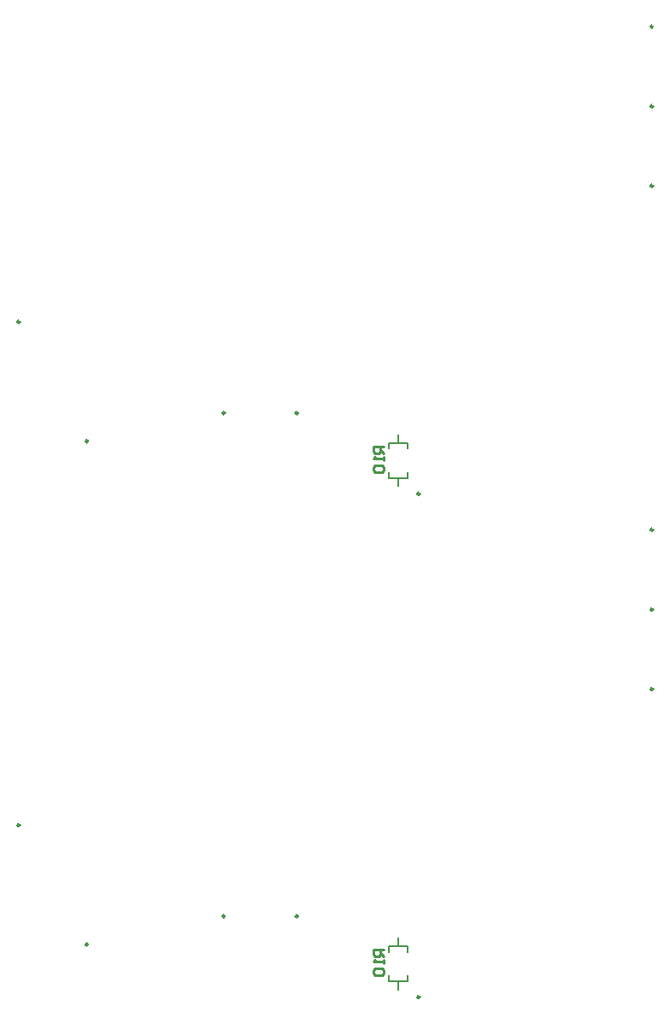
<source format=gbo>
G04*
G04 #@! TF.GenerationSoftware,Altium Limited,Altium Designer,24.4.1 (13)*
G04*
G04 Layer_Color=32896*
%FSTAX25Y25*%
%MOIN*%
G70*
G04*
G04 #@! TF.SameCoordinates,020C5614-C29D-4F9E-ABEE-A2FB782F7328*
G04*
G04*
G04 #@! TF.FilePolarity,Positive*
G04*
G01*
G75*
%ADD26C,0.01000*%
%ADD27C,0.00500*%
D26*
X01575Y0041D02*
G03*
X01575Y0041I-00005J0D01*
G01*
X0129D02*
G03*
X0129Y0041I-00005J0D01*
G01*
X0296Y01605D02*
G03*
X0296Y01605I-00005J0D01*
G01*
Y01295D02*
G03*
X0296Y01295I-00005J0D01*
G01*
Y0191591D02*
G03*
X0296Y0191591I-00005J0D01*
G01*
X0205Y00095D02*
G03*
X0205Y00095I-00005J0D01*
G01*
X0049Y00765D02*
G03*
X0049Y00765I-00005J0D01*
G01*
X0075591Y003D02*
G03*
X0075591Y003I-00005J0D01*
G01*
X0190999Y0027998D02*
X0187001D01*
Y0025999D01*
X0187667Y0025333D01*
X0189D01*
X0189666Y0025999D01*
Y0027998D01*
Y0026665D02*
X0190999Y0025333D01*
Y0024D02*
Y0022667D01*
Y0023333D01*
X0187001D01*
X0187667Y0024D01*
Y0020667D02*
X0187001Y0020001D01*
Y0018668D01*
X0187667Y0018002D01*
X0190333D01*
X0190999Y0018668D01*
Y0020001D01*
X0190333Y0020667D01*
X0187667D01*
X01575Y0237063D02*
G03*
X01575Y0237063I-00005J0D01*
G01*
X0129D02*
G03*
X0129Y0237063I-00005J0D01*
G01*
X0296Y0356563D02*
G03*
X0296Y0356563I-00005J0D01*
G01*
Y0325563D02*
G03*
X0296Y0325563I-00005J0D01*
G01*
Y0387654D02*
G03*
X0296Y0387654I-00005J0D01*
G01*
X0205Y0205563D02*
G03*
X0205Y0205563I-00005J0D01*
G01*
X0049Y0272563D02*
G03*
X0049Y0272563I-00005J0D01*
G01*
X0075591Y0226063D02*
G03*
X0075591Y0226063I-00005J0D01*
G01*
X0190999Y0224061D02*
X0187001D01*
Y0222062D01*
X0187667Y0221396D01*
X0189D01*
X0189666Y0222062D01*
Y0224061D01*
Y0222728D02*
X0190999Y0221396D01*
Y0220063D02*
Y021873D01*
Y0219396D01*
X0187001D01*
X0187667Y0220063D01*
Y021673D02*
X0187001Y0216064D01*
Y0214731D01*
X0187667Y0214065D01*
X0190333D01*
X0190999Y0214731D01*
Y0216064D01*
X0190333Y021673D01*
X0187667D01*
D27*
X01965Y002939D02*
Y0032539D01*
X0192858Y0027106D02*
Y002939D01*
X0200142Y0027106D02*
Y002939D01*
X0192858D02*
X01965D01*
X0200142D01*
X01965Y0012461D02*
Y001561D01*
X0192858D02*
Y0017894D01*
Y001561D02*
X01965D01*
X0200142D01*
Y0017894D01*
X01965Y0225453D02*
Y0228602D01*
X0192858Y0223169D02*
Y0225453D01*
X0200142Y0223169D02*
Y0225453D01*
X0192858D02*
X01965D01*
X0200142D01*
X01965Y0208524D02*
Y0211673D01*
X0192858D02*
Y0213957D01*
Y0211673D02*
X01965D01*
X0200142D01*
Y0213957D01*
M02*

</source>
